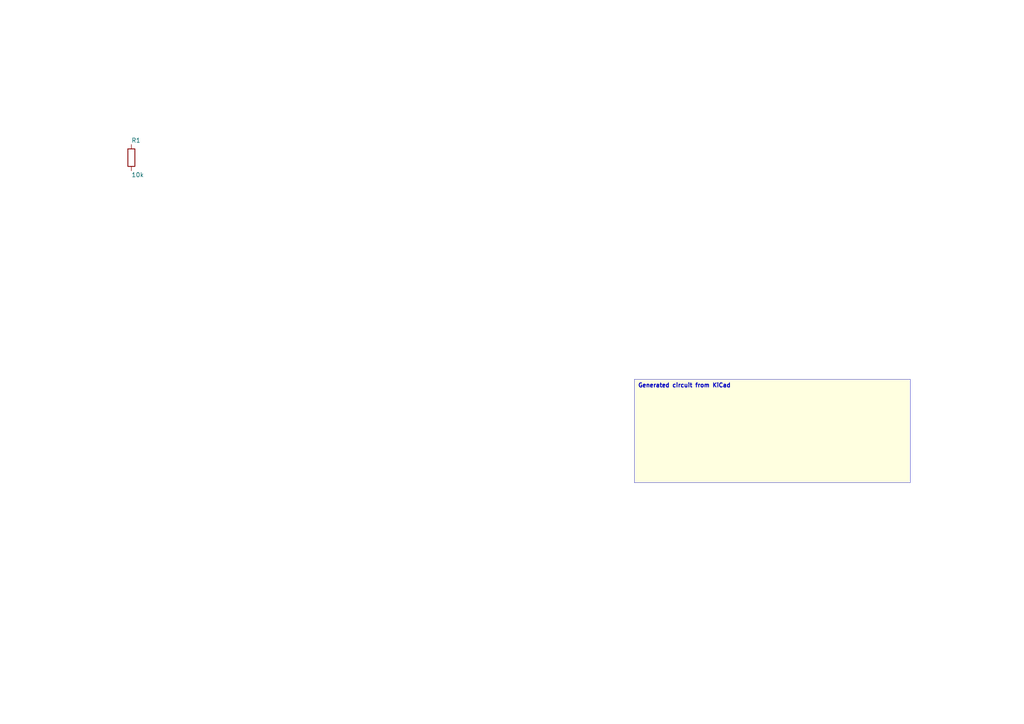
<source format=kicad_sch>
(kicad_sch (version 20250114) (generator "circuit_synth") (generator_version "9.0")
  (paper "A4")
  (lib_symbols
    (symbol "Device:R" (pin_numbers hide) (pin_names (offset 0.254))
      (property "Reference" "R" (at 0.0 0.0 0))
      (property "Value" "R" (at 0.0 0.0 0))
      (symbol "R_0_1"
        (rectangle (start -1.016 -2.54) (end 1.016 2.54) (stroke (width 0.254)))
      )
      (symbol "R_1_1"
        (pin passive line (at 0.0 3.81 270) (length 1.27) (name ~) (number "1"))
        (pin passive line (at 0.0 -3.81 90) (length 1.27) (name ~) (number "2"))
      )
    )
  )
  (title_block (title main) (date 2025-08-06) (company Circuit-Synth))
  (symbol (lib_id "Device:R") (at 38.1 45.72 0) (unit 1)
    (property "Reference" "R1" (at 38.1 40.72 0) (effects (justify left)))
    (property "Value" "10k" (at 38.1 50.72 0) (effects (justify left)))
    (property "Footprint" "Resistor_SMD:R_0603_1608Metric" (effects (hide yes)))
  )
  (text_box "Generated circuit from KiCad" (exclude_from_sim yes) (at 184.0 110.0 0) (size 80.0 30.0) (margins 1.0 1.0 1.0 1.0) (stroke (width 0.1)) (fill (type color) (color 255 255 224 1)) (effects (font (size 1.2 1.2) (thickness 0.254)) (justify left top)))
)
</source>
